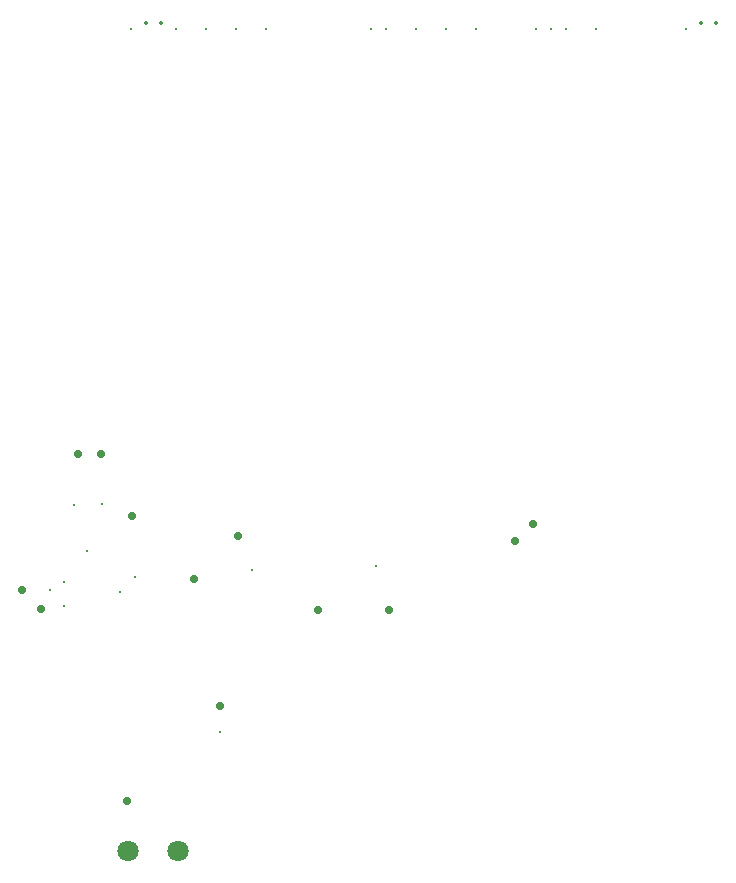
<source format=gbr>
%TF.GenerationSoftware,Altium Limited,Altium Designer,22.9.1 (49)*%
G04 Layer_Color=0*
%FSLAX45Y45*%
%MOMM*%
%TF.SameCoordinates,682DF52B-C038-4893-B781-CD12F227844D*%
%TF.FilePolarity,Positive*%
%TF.FileFunction,Plated,1,4,PTH,Drill*%
%TF.Part,Single*%
G01*
G75*
%TA.AperFunction,ComponentDrill*%
%ADD73C,1.80000*%
%TA.AperFunction,ViaDrill,NotFilled*%
%ADD74C,0.71120*%
%ADD75C,0.25400*%
%ADD76C,0.35600*%
D73*
X2710000Y2450000D02*
D03*
X2290000D02*
D03*
D74*
X5570000Y5080000D02*
D03*
X5720000Y5220000D02*
D03*
X2060000Y5810000D02*
D03*
X1870000D02*
D03*
X2280000Y2880000D02*
D03*
X3070000Y3680000D02*
D03*
X2850000Y4760000D02*
D03*
X1550000Y4500000D02*
D03*
X1390000Y4660000D02*
D03*
X2320000Y5290000D02*
D03*
X4500000Y4490000D02*
D03*
X3220000Y5120000D02*
D03*
X3900000Y4490000D02*
D03*
D75*
X4393426Y4864533D02*
D03*
X3340000Y4830000D02*
D03*
X1940000Y4990000D02*
D03*
X1830000Y5380000D02*
D03*
X1630000Y4660000D02*
D03*
X2070000Y5390000D02*
D03*
X1750000Y4530000D02*
D03*
Y4730000D02*
D03*
X2220000Y4650000D02*
D03*
X7016700Y9410000D02*
D03*
X2698700D02*
D03*
X2350000Y4770000D02*
D03*
X3070000Y3460000D02*
D03*
X6254700Y9410000D02*
D03*
X6000700D02*
D03*
X5873700D02*
D03*
X5746700D02*
D03*
X5238700D02*
D03*
X4984700D02*
D03*
X4730700D02*
D03*
X4476700D02*
D03*
X4349700D02*
D03*
X3460700D02*
D03*
X3206700D02*
D03*
X2952700D02*
D03*
X2317700D02*
D03*
D76*
X2444700Y9460000D02*
D03*
X2571700D02*
D03*
X7270700D02*
D03*
X7143700D02*
D03*
%TF.MD5,e06ac6325b0e635baf1c7a10b43eef78*%
M02*

</source>
